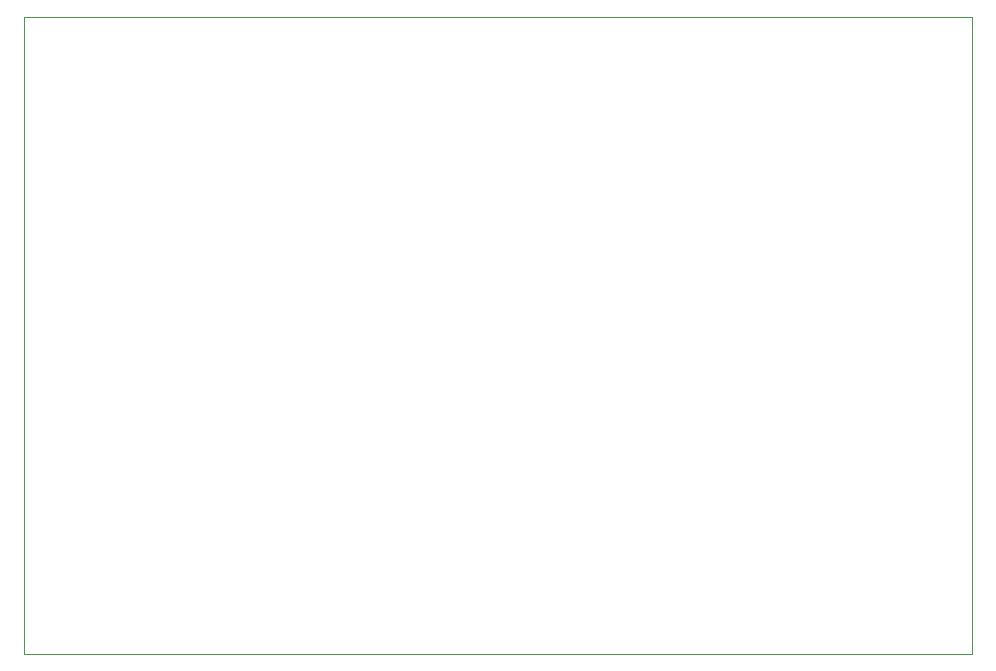
<source format=gbr>
%TF.GenerationSoftware,KiCad,Pcbnew,8.0.0*%
%TF.CreationDate,2024-02-29T15:38:19+07:00*%
%TF.ProjectId,PicoRX-ADC,5069636f-5258-42d4-9144-432e6b696361,rev?*%
%TF.SameCoordinates,PX79d4f70PY6146580*%
%TF.FileFunction,Profile,NP*%
%FSLAX46Y46*%
G04 Gerber Fmt 4.6, Leading zero omitted, Abs format (unit mm)*
G04 Created by KiCad (PCBNEW 8.0.0) date 2024-02-29 15:38:19*
%MOMM*%
%LPD*%
G01*
G04 APERTURE LIST*
%TA.AperFunction,Profile*%
%ADD10C,0.100000*%
%TD*%
G04 APERTURE END LIST*
D10*
X0Y54000000D02*
X80250000Y54000000D01*
X80250000Y0D01*
X0Y0D01*
X0Y54000000D01*
M02*

</source>
